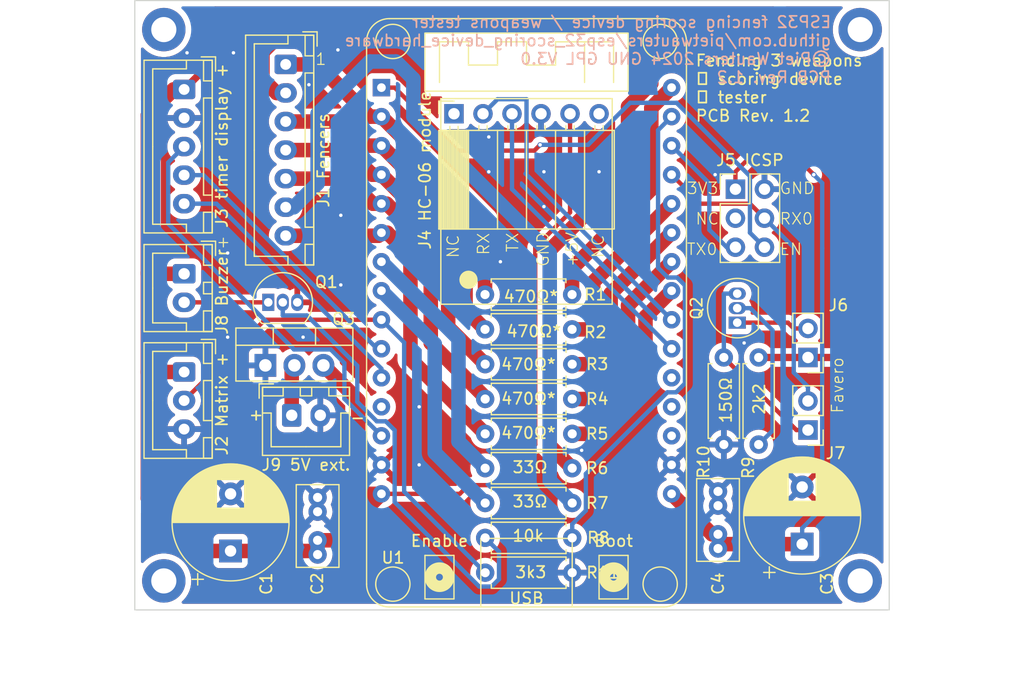
<source format=kicad_pcb>
(kicad_pcb (version 20240108) (generator "pcbnew") (generator_version "8.0")
  (title_block (title "ESP32 Scoring Device - weapons tester PCB") (date "2024-12-29") (rev "1.1") (company "Piet Wauters") (comment 1 "2 sided GND-plane added") (comment 2 "R11 eliminated") (comment 3 "2-sided rerouting with consistent width 50mil") (comment 4 "Changelog:"))
  (layers (0 "F.Cu" signal) (31 "B.Cu" signal) (34 "B.Paste" user) (35 "F.Paste" user) (36 "B.SilkS" user "B.Silkscreen") (37 "F.SilkS" user "F.Silkscreen") (38 "B.Mask" user) (39 "F.Mask" user) (44 "Edge.Cuts" user))
  (net 0 "")
  (net 1 "Net-(J1-Pin_6)")
  (net 2 "+5V")
  (net 3 "+3.3V")
  (net 4 "Net-(J1-Pin_5)")
  (net 5 "GND")
  (net 6 "Net-(J1-Pin_2)")
  (net 7 "Net-(J1-Pin_7)")
  (net 8 "Net-(J1-Pin_4)")
  (net 9 "Net-(J1-Pin_3)")
  (net 10 "Net-(J1-Pin_1)")
  (net 11 "Net-(J2-Pin_2)")
  (net 12 "Net-(J3-Pin_5)")
  (net 13 "Net-(J3-Pin_4)")
  (net 14 "Net-(J3-Pin_3)")
  (net 15 "Net-(J4-Pin_2)")
  (net 18 "Net-(J6-Pin_2)")
  (net 19 "Net-(J7-Pin_1)")
  (net 20 "Net-(J8-Pin_2)")
  (net 21 "Net-(Q1-B)")
  (net 22 "Net-(Q2-B)")
  (net 23 "Net-(U1-IO21)")
  (net 24 "Net-(U1-IO23)")
  (net 25 "Net-(U1-IO19)")
  (net 26 "Net-(U1-IO5)")
  (net 27 "Net-(U1-IO33)")
  (net 28 "Net-(U1-IO25)")
  (net 29 "Net-(U1-IO22)")
  (net 30 "Net-(U1-IO18)")
  (net 33 "Net-(J4-Pin_3)")
  (net 36 "Net-(J5-Pin_4)")
  (net 37 "Net-(J5-Pin_6)")
  (net 38 "Net-(J5-Pin_5)")
  (net 40 "Net-(J9-Pin_1)")
  (footprint "Capacitor_THT:C_Rect_L7.0mm_W3.5mm_P2.50mm_P5.00mm" (layer "F.Cu") (at 129.794 126.706 90)
    (property "Reference" "C4" (at -3.068 0 90) (layer "F.SilkS"))
    (property "Value" "100nF")
    (pad "1" thru_hole circle (at 0 0 90) (size 1.6 1.6) (drill 0.8) (layers "*.Cu" "*.Mask") (net 3 "+3.3V"))
    (pad "1" thru_hole circle (at 1.25 0 90) (size 1.6 1.6) (drill 0.8) (layers "*.Cu" "*.Mask") (net 3 "+3.3V"))
    (pad "2" thru_hole circle (at 3.75 0 90) (size 1.6 1.6) (drill 0.8) (layers "*.Cu" "*.Mask") (net 5 "GND"))
    (pad "2" thru_hole circle (at 5 0 90) (size 1.6 1.6) (drill 0.8) (layers "*.Cu" "*.Mask") (net 5 "GND"))
  )
  (footprint "Connector_PinHeader_2.54mm:PinHeader_1x02_P2.54mm_Vertical" (layer "F.Cu") (at 137.668 116.332 180)
    (property "Reference" "J7" (at -2.413 -2.032 0) (layer "F.SilkS"))
    (property "Value" "Conn_01x02")
    (pad "1" thru_hole rect (at 0 0 180) (size 1.7 1.7) (drill 1) (layers "*.Cu" "*.Mask") (net 19 "Net-(J7-Pin_1)"))
    (pad "2" thru_hole oval (at 0 2.54 180) (size 1.7 1.7) (drill 1) (layers "*.Cu" "*.Mask") (net 36 "Net-(J5-Pin_4)"))
  )
  (footprint "Connector_PinHeader_2.54mm:PinHeader_1x02_P2.54mm_Vertical" (layer "F.Cu") (at 137.668 109.982 180)
    (property "Reference" "J6" (at -2.667 4.572 0) (layer "F.SilkS"))
    (property "Value" "Conn_01x02")
    (pad "1" thru_hole rect (at 0 0 180) (size 1.7 1.7) (drill 1) (layers "*.Cu" "*.Mask") (net 2 "+5V"))
    (pad "2" thru_hole oval (at 0 2.54 180) (size 1.7 1.7) (drill 1) (layers "*.Cu" "*.Mask") (net 18 "Net-(J6-Pin_2)"))
  )
  (footprint "Connector_JST:JST_XH_B2B-XH-A_1x02_P2.50mm_Vertical" (layer "F.Cu") (at 92.476 115.045)
    (property "Reference" "J9 5V ext." (at 1.25 4.335 0) (layer "F.SilkS"))
    (property "Value" "5V ext. Power")
    (pad "1" thru_hole roundrect (at 0 0) (size 1.7 2) (drill 1) (layers "*.Cu" "*.Mask") (roundrect_rratio 0.147059) (net 40 "Net-(J9-Pin_1)"))
    (pad "2" thru_hole oval (at 2.5 0) (size 1.7 2) (drill 1) (layers "*.Cu" "*.Mask") (net 5 "GND"))
  )
  (footprint "ESP32_DevKit_V1_DOIT:esp32_devkit_v1_doit" (layer "F.Cu") (at 113.03 86.36)
    (property "Reference" "U1" (at -11.684 41.148 0) (layer "F.SilkS"))
    (property "Value" "ESP32_DevKit_V1_DOIT 30pin")
    (fp_text user "USB" (at 0 44.704 0) (layer "F.SilkS"))
    (fp_text user "Boot" (at 7.62 39.68 0) (layer "F.SilkS"))
    (fp_text user "Enable" (at -7.62 39.68 0) (layer "F.SilkS"))
    (pad "1" thru_hole rect (at -12.7 0) (size 1.524 1.524) (drill 0.762) (layers "*.Cu" "*.Mask") (net 37 "Net-(J5-Pin_6)"))
    (pad "2" thru_hole circle (at -12.7 2.54) (size 1.524 1.524) (drill 0.762) (layers "*.Cu" "*.Mask") (net 10 "Net-(J1-Pin_1)"))
    (pad "3" thru_hole circle (at -12.7 5.08) (size 1.524 1.524) (drill 0.762) (layers "*.Cu" "*.Mask") (net 9 "Net-(J1-Pin_3)"))
    (pad "4" thru_hole circle (at -12.7 7.62) (size 1.524 1.524) (drill 0.762) (layers "*.Cu" "*.Mask") (net 8 "Net-(J1-Pin_4)"))
    (pad "5" thru_hole circle (at -12.7 10.16) (size 1.524 1.524) (drill 0.762) (layers "*.Cu" "*.Mask") (net 4 "Net-(J1-Pin_5)"))
    (pad "6" thru_hole circle (at -12.7 12.7) (size 1.524 1.524) (drill 0.762) (layers "*.Cu" "*.Mask") (net 7 "Net-(J1-Pin_7)"))
    (pad "7" thru_hole circle (at -12.7 15.24) (size 1.524 1.524) (drill 0.762) (layers "*.Cu" "*.Mask") (net 27 "Net-(U1-IO33)"))
    (pad "8" thru_hole circle (at -12.7 17.78) (size 1.524 1.524) (drill 0.762) (layers "*.Cu" "*.Mask") (net 28 "Net-(U1-IO25)"))
    (pad "9" thru_hole circle (at -12.7 20.32) (size 1.524 1.524) (drill 0.762) (layers "*.Cu" "*.Mask") (net 11 "Net-(J2-Pin_2)"))
    (pad "10" thru_hole circle (at -12.7 22.86) (size 1.524 1.524) (drill 0.762) (layers "*.Cu" "*.Mask") (net 13 "Net-(J3-Pin_4)"))
    (pad "11" thru_hole circle (at -12.7 25.4) (size 1.524 1.524) (drill 0.762) (layers "*.Cu" "*.Mask") (net 12 "Net-(J3-Pin_5)"))
    (pad "12" thru_hole circle (at -12.7 27.94) (size 1.524 1.524) (drill 0.762) (layers "*.Cu" "*.Mask"))
    (pad "13" thru_hole circle (at -12.7 30.48) (size 1.524 1.524) (drill 0.762) (layers "*.Cu" "*.Mask") (net 14 "Net-(J3-Pin_3)"))
    (pad "14" thru_hole circle (at -12.7 33.02) (size 1.524 1.524) (drill 0.762) (layers "*.Cu" "*.Mask") (net 5 "GND"))
    (pad "15" thru_hole circle (at -12.7 35.56) (size 1.524 1.524) (drill 0.762) (layers "*.Cu" "*.Mask") (net 2 "+5V"))
    (pad "16" thru_hole circle (at 12.7 35.56) (size 1.524 1.524) (drill 0.762) (layers "*.Cu" "*.Mask") (net 3 "+3.3V"))
    (pad "17" thru_hole circle (at 12.7 33.02) (size 1.524 1.524) (drill 0.762) (layers "*.Cu" "*.Mask") (net 5 "GND"))
    (pad "18" thru_hole circle (at 12.7 30.48) (size 1.524 1.524) (drill 0.762) (layers "*.Cu" "*.Mask"))
    (pad "19" thru_hole circle (at 12.7 27.94) (size 1.524 1.524) (drill 0.762) (layers "*.Cu" "*.Mask"))
    (pad "20" thru_hole circle (at 12.7 25.4) (size 1.524 1.524) (drill 0.762) (layers "*.Cu" "*.Mask"))
    (pad "21" thru_hole circle (at 12.7 22.86) (size 1.524 1.524) (drill 0.762) (layers "*.Cu" "*.Mask") (net 33 "Net-(J4-Pin_3)"))
    (pad "22" thru_hole circle (at 12.7 20.32) (size 1.524 1.524) (drill 0.762) (layers "*.Cu" "*.Mask") (net 15 "Net-(J4-Pin_2)"))
    (pad "23" thru_hole circle (at 12.7 17.78) (size 1.524 1.524) (drill 0.762) (layers "*.Cu" "*.Mask") (net 26 "Net-(U1-IO5)"))
    (pad "24" thru_hole circle (at 12.7 15.24) (size 1.524 1.524) (drill 0.762) (layers "*.Cu" "*.Mask") (net 30 "Net-(U1-IO18)"))
    (pad "25" thru_hole circle (at 12.7 12.7) (size 1.524 1.524) (drill 0.762) (layers "*.Cu" "*.Mask") (net 25 "Net-(U1-IO19)"))
    (pad "26" thru_hole circle (at 12.7 10.16) (size 1.524 1.524) (drill 0.762) (layers "*.Cu" "*.Mask") (net 23 "Net-(U1-IO21)"))
    (pad "27" thru_hole circle (at 12.7 7.62) (size 1.524 1.524) (drill 0.762) (layers "*.Cu" "*.Mask") (net 36 "Net-(J5-Pin_4)"))
    (pad "28" thru_hole circle (at 12.7 5.08) (size 1.524 1.524) (drill 0.762) (layers "*.Cu" "*.Mask") (net 38 "Net-(J5-Pin_5)"))
    (pad "29" thru_hole circle (at 12.7 2.54) (size 1.524 1.524) (drill 0.762) (layers "*.Cu" "*.Mask") (net 29 "Net-(U1-IO22)"))
    (pad "30" thru_hole circle (at 12.7 0) (size 1.524 1.524) (drill 0.762) (layers "*.Cu" "*.Mask") (net 24 "Net-(U1-IO23)"))
  )
  (footprint "Resistor_THT:R_Axial_DIN0207_L6.3mm_D2.5mm_P7.62mm_Horizontal" (layer "F.Cu") (at 109.398 107.522)
    (property "Reference" "R2" (at 9.652 0.254 0) (layer "F.SilkS"))
    (property "Value" "470Ω")
    (pad "1" thru_hole circle (at 0 0) (size 1.6 1.6) (drill 0.8) (layers "*.Cu" "*.Mask") (net 9 "Net-(J1-Pin_3)"))
    (pad "2" thru_hole oval (at 7.62 0) (size 1.6 1.6) (drill 0.8) (layers "*.Cu" "*.Mask") (net 23 "Net-(U1-IO21)"))
  )
  (footprint "Capacitor_THT:C_Rect_L7.0mm_W3.5mm_P2.50mm_P5.00mm" (layer "F.Cu") (at 94.742 127.234 90)
    (property "Reference" "C2" (at -2.56 -0.038 90) (layer "F.SilkS"))
    (property "Value" "100nF")
    (pad "1" thru_hole circle (at 0 0 90) (size 1.6 1.6) (drill 0.8) (layers "*.Cu" "*.Mask") (net 2 "+5V"))
    (pad "1" thru_hole circle (at 1.25 0 90) (size 1.6 1.6) (drill 0.8) (layers "*.Cu" "*.Mask") (net 2 "+5V"))
    (pad "2" thru_hole circle (at 3.75 0 90) (size 1.6 1.6) (drill 0.8) (layers "*.Cu" "*.Mask") (net 5 "GND"))
    (pad "2" thru_hole circle (at 5 0 90) (size 1.6 1.6) (drill 0.8) (layers "*.Cu" "*.Mask") (net 5 "GND"))
  )
  (footprint "Capacitor_THT:CP_Radial_D10.0mm_P5.00mm" (layer "F.Cu") (at 87.122 126.92 90)
    (property "Reference" "C1" (at -2.874 3.128 90) (layer "F.SilkS"))
    (property "Value" "470µF")
    (pad "1" thru_hole rect (at 0 0 90) (size 2 2) (drill 1) (layers "*.Cu" "*.Mask") (net 2 "+5V"))
    (pad "2" thru_hole circle (at 5 0 90) (size 2 2) (drill 1) (layers "*.Cu" "*.Mask") (net 5 "GND"))
  )
  (footprint "Resistor_THT:R_Axial_DIN0207_L6.3mm_D2.5mm_P7.62mm_Horizontal" (layer "F.Cu") (at 117.03 113.618 180)
    (property "Reference" "R4" (at -2.19 0 180) (layer "F.SilkS"))
    (property "Value" "470Ω")
    (pad "1" thru_hole circle (at 0 0 180) (size 1.6 1.6) (drill 0.8) (layers "*.Cu" "*.Mask") (net 30 "Net-(U1-IO18)"))
    (pad "2" thru_hole oval (at 7.62 0 180) (size 1.6 1.6) (drill 0.8) (layers "*.Cu" "*.Mask") (net 4 "Net-(J1-Pin_5)"))
  )
  (footprint "Package_TO_SOT_THT:TO-92_Inline" (layer "F.Cu") (at 90.424 105.156)
    (property "Reference" "Q1" (at 5.08 -1.778 0) (layer "F.SilkS"))
    (property "Value" "BC337")
    (pad "1" thru_hole rect (at 0 0) (size 1.05 1.5) (drill 0.75) (layers "*.Cu" "*.Mask") (net 20 "Net-(J8-Pin_2)"))
    (pad "2" thru_hole oval (at 1.27 0) (size 1.05 1.5) (drill 0.75) (layers "*.Cu" "*.Mask") (net 21 "Net-(Q1-B)"))
    (pad "3" thru_hole oval (at 2.54 0) (size 1.05 1.5) (drill 0.75) (layers "*.Cu" "*.Mask") (net 5 "GND"))
  )
  (footprint "Connector_PinSocket_2.54mm:PinSocket_1x06_P2.54mm_Horizontal" (layer "F.Cu") (at 106.68 88.646 90)
    (property "Reference" "J4 HC-06 module" (at -4.953 -2.54 90) (layer "F.SilkS"))
    (property "Value" "HC-06 BT module")
    (pad "1" thru_hole rect (at 0 0 90) (size 1.7 1.7) (drill 1) (layers "*.Cu" "*.Mask"))
    (pad "2" thru_hole oval (at 0 2.54 90) (size 1.7 1.7) (drill 1) (layers "*.Cu" "*.Mask") (net 15 "Net-(J4-Pin_2)"))
    (pad "3" thru_hole oval (at 0 5.08 90) (size 1.7 1.7) (drill 1) (layers "*.Cu" "*.Mask") (net 33 "Net-(J4-Pin_3)"))
    (pad "4" thru_hole oval (at 0 7.62 90) (size 1.7 1.7) (drill 1) (layers "*.Cu" "*.Mask") (net 5 "GND"))
    (pad "5" thru_hole oval (at 0 10.16 90) (size 1.7 1.7) (drill 1) (layers "*.Cu" "*.Mask") (net 2 "+5V"))
    (pad "6" thru_hole oval (at 0 12.7 90) (size 1.7 1.7) (drill 1) (layers "*.Cu" "*.Mask"))
  )
  (footprint "MountingHole:MountingHole_2.2mm_M2_DIN965_Pad" (layer "F.Cu") (at 81.28 81.28)
    (property "Reference" "H2" (hide yes))
    (property "Value" "MountingHole_2.2mm_M2_DIN965_Pad")
    (pad "1" thru_hole circle (at 0 0) (size 3.8 3.8) (drill 2.2) (layers "*.Cu" "*.Mask"))
  )
  (footprint "Connector_JST:JST_XH_B7B-XH-A_1x07_P2.50mm_Vertical" (layer "F.Cu") (at 91.948 84.328 -90)
    (property "Reference" "J1 Fencers" (at 8.396 -3.302 -90) (layer "F.SilkS"))
    (property "Value" "Fencers")
    (pad "1" thru_hole roundrect (at 0 0 270) (size 1.7 1.95) (drill 0.95) (layers "*.Cu" "*.Mask") (roundrect_rratio 0.147059) (net 10 "Net-(J1-Pin_1)"))
    (pad "2" thru_hole oval (at 2.5 0 270) (size 1.7 1.95) (drill 0.95) (layers "*.Cu" "*.Mask") (net 6 "Net-(J1-Pin_2)"))
    (pad "3" thru_hole oval (at 5 0 270) (size 1.7 1.95) (drill 0.95) (layers "*.Cu" "*.Mask") (net 9 "Net-(J1-Pin_3)"))
    (pad "4" thru_hole oval (at 7.5 0 270) (size 1.7 1.95) (drill 0.95) (layers "*.Cu" "*.Mask") (net 8 "Net-(J1-Pin_4)"))
    (pad "5" thru_hole oval (at 10 0 270) (size 1.7 1.95) (drill 0.95) (layers "*.Cu" "*.Mask") (net 4 "Net-(J1-Pin_5)"))
    (pad "6" thru_hole oval (at 12.5 0 270) (size 1.7 1.95) (drill 0.95) (layers "*.Cu" "*.Mask") (net 1 "Net-(J1-Pin_6)"))
    (pad "7" thru_hole oval (at 15 0 270) (size 1.7 1.95) (drill 0.95) (layers "*.Cu" "*.Mask") (net 7 "Net-(J1-Pin_7)"))
  )
  (footprint "Connector_JST:JST_XH_B5B-XH-A_1x05_P2.50mm_Vertical" (layer "F.Cu") (at 83.058 86.52 -90)
    (property "Reference" "J3 timer display +" (at 4.92 -3.302 -90) (layer "F.SilkS"))
    (property "Value" "MAX7219 Timer Display")
    (pad "1" thru_hole roundrect (at 0 0 270) (size 1.7 1.95) (drill 0.95) (layers "*.Cu" "*.Mask") (roundrect_rratio 0.147059) (net 2 "+5V"))
    (pad "2" thru_hole oval (at 2.5 0 270) (size 1.7 1.95) (drill 0.95) (layers "*.Cu" "*.Mask") (net 5 "GND"))
    (pad "3" thru_hole oval (at 5 0 270) (size 1.7 1.95) (drill 0.95) (layers "*.Cu" "*.Mask") (net 14 "Net-(J3-Pin_3)"))
    (pad "4" thru_hole oval (at 7.5 0 270) (size 1.7 1.95) (drill 0.95) (layers "*.Cu" "*.Mask") (net 13 "Net-(J3-Pin_4)"))
    (pad "5" thru_hole oval (at 10 0 270) (size 1.7 1.95) (drill 0.95) (layers "*.Cu" "*.Mask") (net 12 "Net-(J3-Pin_5)"))
  )
  (footprint "Resistor_THT:R_Axial_DIN0207_L6.3mm_D2.5mm_P7.62mm_Horizontal" (layer "F.Cu") (at 117.03 110.57 180)
    (property "Reference" "R3" (at -2.19 0 180) (layer "F.SilkS"))
    (property "Value" "470Ω")
    (pad "1" thru_hole circle (at 0 0 180) (size 1.6 1.6) (drill 0.8) (layers "*.Cu" "*.Mask") (net 25 "Net-(U1-IO19)"))
    (pad "2" thru_hole oval (at 7.62 0 180) (size 1.6 1.6) (drill 0.8) (layers "*.Cu" "*.Mask") (net 8 "Net-(J1-Pin_4)"))
  )
  (footprint "MountingHole:MountingHole_2.2mm_M2_DIN965_Pad" (layer "F.Cu") (at 142.24 129.54)
    (property "Reference" "H4" (hide yes))
    (property "Value" "MountingHole_2.2mm_M2_DIN965_Pad")
    (pad "1" thru_hole circle (at 0 0) (size 3.8 3.8) (drill 2.2) (layers "*.Cu" "*.Mask"))
  )
  (footprint "Package_TO_SOT_THT:TO-92_Inline" (layer "F.Cu") (at 131.4748 106.934 90)
    (property "Reference" "Q2" (at 1.27 -3.56 90) (layer "F.SilkS"))
    (property "Value" "BC337")
    (pad "1" thru_hole rect (at 0 0 90) (size 1.05 1.5) (drill 0.75) (layers "*.Cu" "*.Mask") (net 18 "Net-(J6-Pin_2)"))
    (pad "2" thru_hole oval (at 1.27 0 90) (size 1.05 1.5) (drill 0.75) (layers "*.Cu" "*.Mask") (net 22 "Net-(Q2-B)"))
    (pad "3" thru_hole oval (at 2.54 0 90) (size 1.05 1.5) (drill 0.75) (layers "*.Cu" "*.Mask") (net 19 "Net-(J7-Pin_1)"))
  )
  (footprint "Resistor_THT:R_Axial_DIN0207_L6.3mm_D2.5mm_P7.62mm_Horizontal" (layer "F.Cu") (at 130.302 109.982 -90)
    (property "Reference" "R10" (at 9.144 1.778 -90) (layer "F.SilkS"))
    (property "Value" "150Ω")
    (pad "1" thru_hole circle (at 0 0 270) (size 1.6 1.6) (drill 0.8) (layers "*.Cu" "*.Mask") (net 19 "Net-(J7-Pin_1)"))
    (pad "2" thru_hole oval (at 7.62 0 270) (size 1.6 1.6) (drill 0.8) (layers "*.Cu" "*.Mask") (net 5 "GND"))
  )
  (footprint "Connector_JST:JST_XH_B3B-XH-A_1x03_P2.50mm_Vertical" (layer "F.Cu") (at 83.058 111.252 -90)
    (property "Reference" "J2 Matrix +" (at 2.794 -3.302 -90) (layer "F.SilkS"))
    (property "Value" "WS2812B LED Matrix")
    (pad "1" thru_hole roundrect (at 0 0 270) (size 1.7 1.95) (drill 0.95) (layers "*.Cu" "*.Mask") (roundrect_rratio 0.147059) (net 2 "+5V"))
    (pad "2" thru_hole oval (at 2.5 0 270) (size 1.7 1.95) (drill 0.95) (layers "*.Cu" "*.Mask") (net 11 "Net-(J2-Pin_2)"))
    (pad "3" thru_hole oval (at 5 0 270) (size 1.7 1.95) (drill 0.95) (layers "*.Cu" "*.Mask") (net 5 "GND"))
  )
  (footprint "Connector_JST:JST_XH_B2B-XH-A_1x02_P2.50mm_Vertical" (layer "F.Cu") (at 83.058 102.656 -90)
    (property "Reference" "J8 Buzzer" (at 1.58 -3.309 -90) (layer "F.SilkS"))
    (property "Value" "Buzzer")
    (pad "1" thru_hole roundrect (at 0 0 270) (size 1.7 2) (drill 1) (layers "*.Cu" "*.Mask") (roundrect_rratio 0.147059) (net 2 "+5V"))
    (pad "2" thru_hole oval (at 2.5 0 270) (size 1.7 2) (drill 1) (layers "*.Cu" "*.Mask") (net 20 "Net-(J8-Pin_2)"))
  )
  (footprint "Resistor_THT:R_Axial_DIN0207_L6.3mm_D2.5mm_P7.62mm_Horizontal" (layer "F.Cu") (at 117.018 104.474 180)
    (property "Reference" "R1" (at -2.032 0 0) (layer "F.SilkS"))
    (property "Value" "470Ω")
    (pad "1" thru_hole circle (at 0 0 180) (size 1.6 1.6) (drill 0.8) (layers "*.Cu" "*.Mask") (net 24 "Net-(U1-IO23)"))
    (pad "2" thru_hole oval (at 7.62 0 180) (size 1.6 1.6) (drill 0.8) (layers "*.Cu" "*.Mask") (net 10 "Net-(J1-Pin_1)"))
  )
  (footprint "Connector_PinHeader_2.54mm:PinHeader_2x03_P2.54mm_Vertical" (layer "F.Cu") (at 131.318 95.25)
    (property "Reference" "J5 ICSP" (at 1.27 -2.54 0) (layer "F.SilkS"))
    (property "Value" "ICSP")
    (pad "1" thru_hole rect (at 0 0) (size 1.7 1.7) (drill 1) (layers "*.Cu" "*.Mask") (net 3 "+3.3V"))
    (pad "2" thru_hole oval (at 2.54 0) (size 1.7 1.7) (drill 1) (layers "*.Cu" "*.Mask") (net 5 "GND"))
    (pad "3" thru_hole oval (at 0 2.54) (size 1.7 1.7) (drill 1) (layers "*.Cu" "*.Mask"))
    (pad "4" thru_hole oval (at 2.54 2.54) (size 1.7 1.7) (drill 1) (layers "*.Cu" "*.Mask") (net 36 "Net-(J5-Pin_4)"))
    (pad "5" thru_hole oval (at 0 5.08) (size 1.7 1.7) (drill 1) (layers "*.Cu" "*.Mask") (net 38 "Net-(J5-Pin_5)"))
    (pad "6" thru_hole oval (at 2.54 5.08) (size 1.7 1.7) (drill 1) (layers "*.Cu" "*.Mask") (net 37 "Net-(J5-Pin_6)"))
  )
  (footprint "Resistor_THT:R_Axial_DIN0207_L6.3mm_D2.5mm_P7.62mm_Horizontal" (layer "F.Cu") (at 117.03 116.666 180)
    (property "Reference" "R5" (at -2.19 0 180) (layer "F.SilkS"))
    (property "Value" "470Ω")
    (pad "1" thru_hole circle (at 0 0 180) (size 1.6 1.6) (drill 0.8) (layers "*.Cu" "*.Mask") (net 26 "Net-(U1-IO5)"))
    (pad "2" thru_hole oval (at 7.62 0 180) (size 1.6 1.6) (drill 0.8) (layers "*.Cu" "*.Mask") (net 7 "Net-(J1-Pin_7)"))
  )
  (footprint "Resistor_THT:R_Axial_DIN0207_L6.3mm_D2.5mm_P7.62mm_Horizontal" (layer "F.Cu") (at 109.41 128.82)
    (property "Reference" "R11" (at 10.31 0 0) (layer "F.SilkS"))
    (property "Value" "10k")
    (pad "1" thru_hole circle (at 0 0) (size 1.6 1.6) (drill 0.8) (layers "*.Cu" "*.Mask") (net 11 "Net-(J2-Pin_2)"))
    (pad "2" thru_hole oval (at 7.62 0) (size 1.6 1.6) (drill 0.8) (layers "*.Cu" "*.Mask") (net 5 "GND"))
  )
  (footprint "MountingHole:MountingHole_2.2mm_M2_DIN965_Pad" (layer "F.Cu") (at 81.28 129.54)
    (property "Reference" "H1" (hide yes))
    (property "Value" "MountingHole_2.2mm_M2_DIN965_Pad")
    (pad "1" thru_hole circle (at 0 0) (size 3.8 3.8) (drill 2.2) (layers "*.Cu" "*.Mask"))
  )
  (footprint "Resistor_THT:R_Axial_DIN0207_L6.3mm_D2.5mm_P7.62mm_Horizontal" (layer "F.Cu") (at 109.41 122.724)
    (property "Reference" "R7" (at 9.81 0 0) (layer "F.SilkS"))
    (property "Value" "33Ω")
    (pad "1" thru_hole circle (at 0 0) (size 1.6 1.6) (drill 0.8) (layers "*.Cu" "*.Mask") (net 28 "Net-(U1-IO25)"))
    (pad "2" thru_hole oval (at 7.62 0) (size 1.6 1.6) (drill 0.8) (layers "*.Cu" "*.Mask") (net 1 "Net-(J1-Pin_6)"))
  )
  (footprint "Resistor_THT:R_Axial_DIN0207_L6.3mm_D2.5mm_P7.62mm_Horizontal" (layer "F.Cu") (at 133.35 117.602 90)
    (property "Reference" "R9" (at -2.032 -0.9144 90) (layer "F.SilkS"))
    (property "Value" "2k2")
    (pad "1" thru_hole circle (at 0 0 90) (size 1.6 1.6) (drill 0.8) (layers "*.Cu" "*.Mask") (net 22 "Net-(Q2-B)"))
    (pad "2" thru_hole oval (at 7.62 0 90) (size 1.6 1.6) (drill 0.8) (layers "*.Cu" "*.Mask") (net 2 "+5V"))
  )
  (footprint "MountingHole:MountingHole_2.2mm_M2_DIN965_Pad" (layer "F.Cu") (at 142.24 81.28)
    (property "Reference" "H3" (hide yes))
    (property "Value" "MountingHole_2.2mm_M2_DIN965_Pad")
    (pad "1" thru_hole circle (at 0 0) (size 3.8 3.8) (drill 2.2) (layers "*.Cu" "*.Mask"))
  )
  (footprint "Package_TO_SOT_THT:TO-220-3_Vertical" (layer "F.Cu") (at 90.17 110.673)
    (property "Reference" "Q3" (at 6.858 -4.064 0) (layer "F.SilkS"))
    (property "Value" "FQP27P06")
    (pad "1" thru_hole rect (at 0 0) (size 1.905 2) (drill 1.1) (layers "*.Cu" "*.Mask") (net 5 "GND"))
    (pad "2" thru_hole oval (at 2.54 0) (size 1.905 2) (drill 1.1) (layers "*.Cu" "*.Mask") (net 40 "Net-(J9-Pin_1)"))
    (pad "3" thru_hole oval (at 5.08 0) (size 1.905 2) (drill 1.1) (layers "*.Cu" "*.Mask") (net 2 "+5V"))
  )
  (footprint "Resistor_THT:R_Axial_DIN0207_L6.3mm_D2.5mm_P7.62mm_Horizontal" (layer "F.Cu") (at 109.41 125.772)
    (property "Reference" "R8" (at 9.906 0 0) (layer "F.SilkS"))
    (property "Value" "3k3")
    (pad "1" thru_hole circle (at 0 0) (size 1.6 1.6) (drill 0.8) (layers "*.Cu" "*.Mask") (net 21 "Net-(Q1-B)"))
    (pad "2" thru_hole oval (at 7.62 0) (size 1.6 1.6) (drill 0.8) (layers "*.Cu" "*.Mask") (net 29 "Net-(U1-IO22)"))
  )
  (footprint "Capacitor_THT:CP_Radial_D10.0mm_P5.00mm" (layer "F.Cu") (at 137.16 126.3197 90)
    (property "Reference" "C3" (at -3.4743 2.166 90) (layer "F.SilkS"))
    (property "Value" "470µF")
    (pad "1" thru_hole rect (at 0 0 90) (size 2 2) (drill 1) (layers "*.Cu" "*.Mask") (net 3 "+3.3V"))
    (pad "2" thru_hole circle (at 5 0 90) (size 2 2) (drill 1) (layers "*.Cu" "*.Mask") (net 5 "GND"))
  )
  (footprint "Resistor_THT:R_Axial_DIN0207_L6.3mm_D2.5mm_P7.62mm_Horizontal" (layer "F.Cu") (at 109.41 119.676)
    (property "Reference" "R6" (at 9.81 0 0) (layer "F.SilkS"))
    (property "Value" "33Ω")
    (pad "1" thru_hole circle (at 0 0) (size 1.6 1.6) (drill 0.8) (layers "*.Cu" "*.Mask") (net 27 "Net-(U1-IO33)"))
    (pad "2" thru_hole oval (at 7.62 0) (size 1.6 1.6) (drill 0.8) (layers "*.Cu" "*.Mask") (net 6 "Net-(J1-Pin_2)"))
  )
  (gr_poly (pts (xy 144.78 132.08) (xy 78.74 132.08) (xy 78.74 78.74) (xy 144.78 78.74)) (stroke (width 0.1)) (fill none) (layer "Edge.Cuts"))
  (gr_text "ESP32 fencing scoring device / weapons tester\ngithub.com/pietwauters/esp32_scoring_device_hardware\n©Piet Wauters 2024 GNU GPL V3.0\nPCB Rev. 1.2" (at 139.78 86.04 0) (layer "B.SilkS") (effects (font (size 1 1)) (justify left bottom mirror)))
  (gr_text "33Ω" (at 111.72 120.176 0) (layer "F.SilkS") (effects (font (size 1 1)) (justify left bottom)))
  (gr_text "33Ω" (at 111.72 123.176 0) (layer "F.SilkS") (effects (font (size 1 1)) (justify left bottom)))
  (gr_text "GND" (at 135.128 95.758 0) (layer "F.SilkS") (effects (font (size 1 1) (thickness 0.1)) (justify left bottom)))
  (gr_text "RX0\n" (at 135.128 98.425 0) (layer "F.SilkS") (effects (font (size 1 1) (thickness 0.1)) (justify left bottom)))
  (gr_text "+" (at 85.808 100.431 0) (layer "F.SilkS") (effects (font (size 1 1) (thickness 0.1)) (justify left bottom)))
  (gr_text "RX" (at 109.855 101.092 90) (layer "F.SilkS") (effects (font (size 1 1) (thickness 0.1)) (justify left bottom)))
  (gr_text "470Ω*" (at 111.188 108.284 0) (layer "F.SilkS") (effects (font (size 1 1)) (justify left bottom)))
  (gr_text "3k3" (at 111.95 129.366 0) (layer "F.SilkS") (effects (font (size 1 1)) (justify left bottom)))
  (gr_text "+" (at 88.646 115.57 0) (layer "F.SilkS") (effects (font (size 1 1)) (justify left bottom)))
  (gr_text "+5V" (at 117.602 102.108 90) (layer "F.SilkS") (effects (font (size 1 1) (thickness 0.1)) (justify left bottom)))
  (gr_text "1" (at 94.488 84.455 0) (layer "F.SilkS") (effects (font (size 1 1) (thickness 0.1)) (justify left bottom)))
  (gr_text "Fencing 3 weapons\n█ scoring device\n█ tester\nPCB Rev. 1.2\n" (at 127.762 89.408 0) (layer "F.SilkS") (effects (font (size 1 1)) (justify left bottom)))
  (gr_text "470Ω*" (at 110.72 111.176 0) (layer "F.SilkS") (effects (font (size 1 1)) (justify left bottom)))
  (gr_text "3V3" (at 127 95.758 0) (layer "F.SilkS") (effects (font (size 1 1) (thickness 0.1)) (justify left bottom)))
  (gr_text "-" (at 97.536 115.824 0) (layer "F.SilkS") (effects (font (size 1 1)) (justify left bottom)))
  (gr_text "Favero" (at 140.843 114.935 90) (layer "F.SilkS") (effects (font (size 1 1) (thickness 0.1)) (justify left bottom)))
  (gr_text "470Ω*" (at 110.934 105.236 0) (layer "F.SilkS") (effects (font (size 1 1)) (justify left bottom)))
  (gr_text "NC" (at 127.762 98.425 0) (layer "F.SilkS") (effects (font (size 1 1) (thickness 0.1)) (justify left bottom)))
  (gr_text "TX" (at 112.395 100.838 90) (layer "F.SilkS") (effects (font (size 1 1) (thickness 0.1)) (justify left bottom)))
  (gr_text "NC" (at 107.188 101.346 90) (layer "F.SilkS") (effects (font (size 1 1) (thickness 0.1)) (justify left bottom)))
  (gr_text "GND" (at 115.062 102.108 90) (layer "F.SilkS") (effects (font (size 1 1) (thickness 0.1)) (justify left bottom)))
  (gr_text "10k" (at 111.72 126.176 0) (layer "F.SilkS") (effects (font (size 1 1)) (justify left bottom)))
  (gr_text "TX0" (at 127 101.092 0) (layer "F.SilkS") (effects (font (size 1 1) (thickness 0.1)) (justify left bottom)))
  (gr_text "NC" (at 119.888 101.346 90) (layer "F.SilkS") (effects (font (size 1 1) (thickness 0.1)) (justify left bottom)))
  (gr_text "470Ω*" (at 110.72 114.176 0) (layer "F.SilkS") (effects (font (size 1 1)) (justify left bottom)))
  (gr_text "150Ω" (at 131.064 115.824 90) (layer "F.SilkS") (effects (font (size 1 1)) (justify left bottom)))
  (gr_text "470Ω*" (at 110.72 117.176 0) (layer "F.SilkS") (effects (font (size 1 1)) (justify left bottom)))
  (gr_text "2k2" (at 133.985 115.062 90) (layer "F.SilkS") (effects (font (size 1 1)) (justify left bottom)))
  (gr_text "EN" (at 135.128 101.092 0) (layer "F.SilkS") (effects (font (size 1 1) (thickness 0.1)) (justify left bottom)))
  (segment (start 94.742 88.646) (end 99.314 84.074) (width 1.27) (layer "B.Cu") (net 1))
  (segment (start 92.656 96.828) (end 94.742 94.742) (width 1.27) (layer "B.Cu") (net 1))
  (segment (start 94.742 94.742) (end 94.742 88.646) (width 1.27) (layer "B.Cu") (net 1))
  (segment (start 91.948 96.828) (end 92.656 96.828) (width 1.27) (layer "B.Cu") (net 1))
  (segment (start 115.062 120.756) (end 117.03 122.724) (width 1.27) (layer "B.Cu") (net 1))
  (segment (start 103.124 88.9) (end 115.062 100.838) (width 1.27) (layer "B.Cu") (net 1))
  (segment (start 101.6 84.074) (end 103.124 85.598) (width 1.27) (layer "B.Cu") (net 1))
  (segment (start 103.124 85.598) (end 103.124 88.9) (width 1.27) (layer "B.Cu") (net 1))
  (segment (start 99.314 84.074) (end 101.6 84.074) (width 1.27) (layer "B.Cu") (net 1))
  (segment (start 115.062 100.838) (end 115.062 120.756) (width 1.27) (layer "B.Cu") (net 1))
  (segment (start 83.058 102.656) (end 79.923 102.656) (width 1.27) (layer "F.Cu") (net 2))
  (segment (start 134.62 79.5655) (end 85.7885 79.5655) (width 0.635) (layer "F.Cu") (net 2))
  (segment (start 107.188 121.92) (end 107.95 121.158) (width 0.381) (layer "F.Cu") (net 2))
  (segment (start 113.792 100.33) (end 116.84 97.282) (width 0.381) (layer "F.Cu") (net 2))
  (segment (start 98.298 113.721) (end 95.25 110.673) (width 1.27) (layer "F.Cu") (net 2))
  (segment (start 137.668 109.982) (end 141.986 109.982) (width 0.635) (layer "F.Cu") (net 2))
  (segment (start 98.806 121.92) (end 98.298 121.412) (width 1.27) (layer "F.Cu") (net 2))
  (segment (start 141.986 109.982) (end 142.748 109.22) (width 0.635) (layer "F.Cu") (net 2))
  (segment (start 83.058 111.252) (end 79.883 111.252) (width 1.27) (layer "F.Cu") (net 2))
  (segment (start 94.428 126.92) (end 94.742 127.234) (width 1.27) (layer "F.Cu") (net 2))
  (segment (start 107.95 121.158) (end 110.236 121.158) (width 0.381) (layer "F.Cu") (net 2))
  (segment (start 94.742 125.984) (end 96.266 125.984) (width 1.27) (layer "F.Cu") (net 2))
  (segment (start 84.582 84.996) (end 83.058 86.52) (width 0.635) (layer "F.Cu") (net 2))
  (segment (start 110.236 121.158) (end 113.792 117.602) (width 0.381) (layer "F.Cu") (net 2))
  (segment (start 96.266 125.984) (end 100.33 121.92) (width 1.27) (layer "F.Cu") (net 2))
  (segment (start 79.883 102.616) (end 79.883 88.773) (width 1.27) (layer "F.Cu") (net 2))
  (segment (start 87.122 126.92) (end 94.428 126.92) (width 1.27) (layer "F.Cu") (net 2))
  (segment (start 133.35 109.982) (end 137.668 109.982) (width 0.635) (layer "F.Cu") (net 2))
  (segment (start 142.748 109.22) (end 142.748 87.6935) (width 0.635) (layer "F.Cu") (net 2))
  (segment (start 84.582 80.772) (end 84.582 84.996) (width 0.635) (layer "F.Cu") (net 2))
  (segment (start 79.883 88.773) (end 82.136 86.52) (width 1.27) (layer "F.Cu") (net 2))
  (segment (start 100.33 121.92) (end 98.806 121.92) (width 1.27) (layer "F.Cu") (net 2))
  (segment (start 79.923 102.656) (end 79.883 102.616) (width 1.27) (layer "F.Cu") (net 2))
  (segment (start 98.298 121.412) (end 98.298 113.721) (width 1.27) (layer "F.Cu") (net 2))
  (segment (start 84.502 126.92) (end 79.883 122.301) (width 1.27) (layer "F.Cu") (net 2))
  (segment (start 85.7885 79.5655) (end 84.582 80.772) (width 0.635) (layer "F.Cu") (net 2))
  (segment (start 79.883 122.301) (end 79.883 111.252) (width 1.27) (layer "F.Cu") (net 2))
  (segment (start 142.748 87.6935) (end 134.62 79.5655) (width 0.635) (layer "F.Cu") (net 2))
  (segment (start 79.883 111.252) (end 79.883 102.616) (width 1.27) (layer "F.Cu") (net 2))
  (segment (start 87.122 126.92) (end 84.502 126.92) (width 1.27) (layer "F.Cu") (net 2))
  (segment (start 116.84 97.282) (end 116.84 88.646) (width 0.381) (layer "F.Cu") (net 2))
  (segment (start 113.792 117.602) (end 113.792 100.33) (width 0.381) (layer "F.Cu") (net 2))
  (segment (start 100.33 121.92) (end 107.188 121.92) (width 0.381) (layer "F.Cu") (net 2))
  (segment (start 82.136 86.52) (end 83.058 86.52) (width 1.27) (layer "F.Cu") (net 2))
  (segment (start 94.742 125.984) (end 94.742 127.234) (width 1.27) (layer "B.Cu") (net 2))
  (segment (start 129.794 125.456) (end 129.266 125.456) (width 1.27) (layer "F.Cu") (net 3))
  (segment (start 137.1597 126.32) (end 130.18 126.32) (width 1.27) (layer "F.Cu") (net 3))
  (segment (start 129.266 125.456) (end 125.73 121.92) (width 1.27) (layer "F.Cu") (net 3))
  (segment (start 131.318 93.726) (end 131.318 95.25) (width 0.381) (layer "F.Cu") (net 3))
  (segment (start 132.842 92.202) (end 131.318 93.726) (width 0.381) (layer "F.Cu") (net 3))
  (segment (start 138.176 93.98) (end 136.398 92.202) (width 0.381) (layer "F.Cu") (net 3))
  (segment (start 136.398 92.202) (end 132.842 92.202) (width 0.381) (layer "F.Cu") (net 3))
  (segment (start 130.18 126.32) (end 129.794 126.706) (width 1.27) (layer "F.Cu") (net 3))
  (segment (start 137.16 126.32) (end 137.1597 126.32) (width 1.27) (layer "F.Cu") (net 3))
  (segment (start 137.1597 126.32) (end 137.16 126.3197) (width 0.381) (layer "F.Cu") (net 3))
  (via (at 138.176 93.98) (size 0.45) (drill 0.3) (layers "F.Cu" "B.Cu") (net 3))
  (segment (start 137.16 126.3197) (end 137.16 124.9243) (width 0.381) (layer "B.Cu") (net 3))
  (segment (start 138.9141 94.7181) (end 138.176 93.98) (width 0.381) (layer "B.Cu") (net 3))
  (segment (start 138.9141 100.4287) (end 138.9141 94.7181) (width 0.381) (layer "B.Cu") (net 3))
  (segment (start 138.9141 123.1702) (end 138.9141 100.4287) (width 0.381) (layer "B.Cu") (net 3))
  (segment (start 137.16 124.9243) (end 138.9141 123.1702) (width 0.381) (layer "B.Cu") (net 3))
  (segment (start 129.794 125.456) (end 129.794 126.706) (width 0.381) (layer "B.Cu") (net 3))
  (segment (start 97.376 94.328) (end 99.568 96.52) (width 1.27) (layer "F.Cu") (net 4))
  (segment (start 109.41 113.474) (end 109.41 113.618) (width 1.27) (layer "F.Cu") (net 4))
  (segment (start 100.33 96.52) (end 100.787 96.52) (width 1.27) (layer "F.Cu") (net 4))
  (segment (start 104.648 108.712) (end 109.41 113.474) (width 1.27) (layer "F.Cu") (net 4))
  (segment (start 91.948 94.328) (end 97.376 94.328) (width 1.27) (layer "F.Cu") (net 4))
  (segment (start 104.648 100.381) (end 104.648 108.712) (width 1.27) (layer "F.Cu") (net 4))
  (segment (start 100.787 96.52) (end 104.648 100.381) (width 1.27) (layer "F.Cu") (net 4))
  (segment (start 99.568 96.52) (end 100.33 96.52) (width 1.27) (layer "F.Cu") (net 4))
  (via (at 117.856 118.11) (size 0.45) (drill 0.3) (layers "F.Cu" "B.Cu") (net 5))
  (via (at 129.54 93.98) (size 0.45) (drill 0.3) (layers "F.Cu" "B.Cu") (net 5))
  (via (at 132.08 108.712) (size 0.45) (drill 0.3) (layers "F.Cu" "B.Cu") (net 5))
  (via (at 103.632 119.38) (size 0.45) (drill 0.3) (layers "F.Cu" "B.Cu") (net 5))
  (via (at 96.52 83.058) (size 0.45) (drill 0.3) (layers "F.Cu" "B.Cu") (net 5))
  (via (at 114.554 96.774) (size 0.45) (drill 0.3) (layers "F.Cu" "B.Cu") (net 5))
  (via (at 86.868 108.204) (size 0.45) (drill 0.3) (layers "F.Cu" "B.Cu") (net 5))
  (via (at 119.38 93.726) (size 0.45) (drill 0.3) (layers "F.Cu" "B.Cu") (net 5))
  (via (at 114.554 93.726) (size 0.45) (drill 0.3) (layers "F.Cu" "B.Cu") (net 5))
  (via (at 103.632 114.3) (size 0.45) (drill 0.3) (layers "F.Cu" "B.Cu") (net 5))
  (via (at 87.376 83.312) (size 0.45) (drill 0.3) (layers "F.Cu" "B.Cu") (net 5))
  (via (at 86.868 100.838) (size 0.45) (drill 0.3) (layers "F.Cu" "B.Cu") (net 5))
  (via (at 83.312 83.312) (size 0.45) (drill 0.3) (layers "F.Cu" "B.Cu") (net 5))
  (via (at 110.744 101.6) (size 0.45) (drill 0.3) (layers "F.Cu" "B.Cu") (net 5))
  (via (at 93.98 86.106) (size 0.45) (drill 0.3) (layers "F.Cu" "B.Cu") (net 5))
  (via (at 93.472 108.204) (size 0.45) (drill 0.3) (layers "F.Cu" "B.Cu") (net 5))
  (via (at 96.774 103.632) (size 0.45) (drill 0.3) (layers "F.Cu" "B.Cu") (net 5))
  (via (at 96.774 97.536) (size 0.45) (drill 0.3) (layers "F.Cu" "B.Cu") (net 5))
  (via (at 109.728 93.726) (size 0.45) (drill 0.3) (layers "F.Cu" "B.Cu") (net 5))
  (via (at 109.728 90.678) (size 0.45) (drill 0.3) (layers "F.Cu" "B.Cu") (net 5))
  (segment (start 122.631 80.7212) (end 123.952 82.042) (width 1.27) (layer "F.Cu") (net 6))
  (segment (start 89.916 83.2612) (end 92.456 80.7212) (width 1.27) (layer "F.Cu") (net 6))
  (segment (start 115.062 100.584) (end 115.062 117.708) (width 1.27) (layer "F.Cu") (net 6))
  (segment (start 121.92 88.02) (end 121.92 94.996) (width 1.27) (layer "F.Cu") (net 6))
  (segment (start 120.65 94.996) (end 115.062 100.584) (width 1.27) (layer "F.Cu") (net 6))
  (segment (start 91.948 86.828) (end 92.162 86.614) (width 1.27) (layer "F.Cu") (net 6))
  (segment (start 92.456 80.7212) (end 122.631 80.7212) (width 1.27) (layer "F.Cu") (net 6))
  (segment (start 123.952 82.042) (end 123.952 85.988) (width 1.27) (layer "F.Cu") (net 6))
  (segment (start 91.146 86.828) (end 89.916 85.598) (width 1.27) (layer "F.Cu") (net 6))
  (segment (start 115.062 117.708) (end 117.03 119.676) (width 1.27) (layer "F.Cu") (net 6))
  (segment (start 91.948 86.828) (end 91.146 86.828) (width 1.27) (layer "F.Cu") (net 6))
  (segment (start 121.92 94.996) (end 120.65 94.996) (width 1.27) (layer "F.Cu") (net 6))
  (segment (start 89.916 85.598) (end 89.916 83.2612) (width 1.27) (layer "F.Cu") (net 6))
  (segment (start 123.952 85.988) (end 121.92 88.02) (width 1.27) (layer "F.Cu") (net 6))
  (segment (start 100.062 99.328) (end 100.33 99.06) (width 1.27) (layer "F.Cu") (net 7))
  (segment (start 100.838 99.06) (end 102.87 101.092) (width 1.27) (layer "F.Cu") (net 7))
  (segment (start 102.87 110.126) (end 109.41 116.666) (width 1.27) (layer "F.Cu") (net 7))
  (segment (start 102.87 101.092) (end 102.87 110.126) (width 1.27) (layer "F.Cu") (net 7))
  (segment (start 100.33 99.06) (end 100.838 99.06) (width 1.27) (layer "F.Cu") (net 7))
  (segment (start 91.948 99.328) (end 100.062 99.328) (width 1.27) (layer "F.Cu") (net 7))
  (segment (start 100.33 93.98) (end 105.918 99.568) (width 1.27) (layer "F.Cu") (net 8))
  (segment (start 106.172 99.568) (end 106.172 107.332) (width 1.27) (layer "F.Cu") (net 8))
  (segment (start 106.172 107.332) (end 109.41 110.57) (width 1.27) (layer "F.Cu") (net 8))
  (segment (start 99.5166 93.98) (end 100.33 93.98) (width 1.27) (layer "F.Cu") (net 8))
  (segment (start 105.918 99.568) (end 106.172 99.568) (width 1.27) (layer "F.Cu") (net 8))
  (segment (start 91.948 91.828) (end 97.3646 91.828) (width 1.27) (layer "F.Cu") (net 8))
  (segment (start 97.3646 91.828) (end 99.5166 93.98) (width 1.27) (layer "F.Cu") (net 8))
  (segment (start 96.948 89.328) (end 99.06 91.44) (width 1.27) (layer "F.Cu") (net 9))
  (segment (start 100.33 91.44) (end 107.696 98.806) (width 1.27) (layer "F.Cu") (net 9))
  (segment (start 107.696 105.82) (end 109.398 107.522) (width 1.27) (layer "F.Cu") (net 9))
  (segment (start 107.696 98.806) (end 107.696 105.82) (width 1.27) (layer "F.Cu") (net 9))
  (segment (start 91.948 89.328) (end 96.948 89.328) (width 1.27) (layer "F.Cu") (net 9))
  (segment (start 99.06 91.44) (end 100.33 91.44) (width 1.27) (layer "F.Cu") (net 9))
  (segment (start 94.742 84.328) (end 99.314 88.9) (width 1.27) (layer "F.Cu") (net 10))
  (segment (start 99.314 88.9) (end 100.33 88.9) (width 1.27) (layer "F.Cu") (net 10))
  (segment (start 91.948 84.328) (end 94.742 84.328) (width 1.27) (layer "F.Cu") (net 10))
  (segment (start 109.398 97.968) (end 109.398 104.474) (width 1.27) (layer "F.Cu") (net 10))
  (segment (start 100.33 88.9) (end 109.398 97.968) (width 1.27) (layer "F.Cu") (net 10))
  (segment (start 100.33 106.68) (end 90.13 106.68) (width 0.381) (layer "F.Cu") (net 11))
  (segment (start 90.13 106.68) (end 83.058 113.752) (width 0.381) (layer "F.Cu") (net 11))
  (segment (start 100.33 106.68) (end 102.3168 108.6668) (width 0.381) (layer "B.Cu") (net 11))
  (segment (start 102.3168 121.7268) (end 109.41 128.82) (width 0.381) (layer "B.Cu") (net 11))
  (segment (start 102.3168 108.6668) (end 102.3168 121.7268) (width 0.381) (layer "B.Cu") (net 11))
  (segment (start 83.058 96.52) (end 85.8862 96.52) (width 0.381) (layer "B.Cu") (net 12))
  (segment (start 100.33 110.9638) (end 100.33 111.76) (width 0.381) (layer "B.Cu") (net 12))
  (segment (start 85.8862 96.52) (end 100.33 110.9638) (width 0.381) (layer "B.Cu") (net 12))
  (segment (start 99.9537 109.22) (end 100.33 109.22) (width 0.381) (layer "B.Cu") (net 13))
  (segment (start 83.058 94.02) (end 84.7537 94.02) (width 0.381) (layer "B.Cu") (net 13))
  (segment (start 84.7537 94.02) (end 99.9537 109.22) (width 0.381) (layer "B.Cu") (net 13))
  (segment (start 81.6635 92.9145) (end 83.058 91.52) (width 0.381) (layer "B.Cu") (net 14))
  (segment (start 81.6635 98.2643) (end 81.6635 92.9145) (width 0.381) (layer "B.Cu") (net 14))
  (segment (start 100.33 116.84) (end 97.0886 113.5986) (width 0.381) (layer "B.Cu") (net 14))
  (segment (start 97.0886 113.5986) (end 97.0886 110.4715) (width 0.381) (layer "B.Cu") (net 14))
  (segment (start 95.8947 109.2776) (end 92.6768 109.2776) (width 0.381) (layer "B.Cu") (net 14))
  (segment (start 92.6768 109.2776) (end 81.6635 98.2643) (width 0.381) (layer "B.Cu") (net 14))
  (segment (start 97.0886 110.4715) (end 95.8947 109.2776) (width 0.381) (layer "B.Cu") (net 14))
  (segment (start 110.49 87.376) (end 113.03 87.376) (width 0.381) (layer "B.Cu") (net 15))
  (segment (start 113.03 93.8094) (end 112.9447 93.8947) (width 0.381) (layer "B.Cu") (net 15))
  (segment (start 112.9447 93.8947) (end 125.73 106.68) (width 0.381) (layer "B.Cu") (net 15))
  (segment (start 109.22 88.646) (end 110.49 87.376) (width 0.381) (layer "B.Cu") (net 15))
  (segment (start 113.03 87.376) (end 113.03 93.8094) (width 0.381) (layer "B.Cu") (net 15))
  (segment (start 131.4748 106.934) (end 135.9146 106.934) (width 0.381) (layer "F.Cu") (net 18))
  (segment (start 137.668 107.442) (end 136.4226 107.442) (width 0.381) (layer "F.Cu") (net 18))
  (segment (start 135.9146 106.934) (end 136.4226 107.442) (width 0.381) (layer "F.Cu") (net 18))
  (segment (start 130.302 109.982) (end 136.652 116.332) (width 0.381) (layer "F.Cu") (net 19))
  (segment (start 136.652 116.332) (end 137.668 116.332) (width 0.381) (layer "F.Cu") (net 19))
  (segment (start 131.4748 104.394) (end 130.3294 104.394) (width 0.381) (layer "B.Cu") (net 19))
  (segment (start 130.302 109.982) (end 130.302 104.4214) (width 0.381) (layer "B.Cu") (net 19))
  (segment (start 130.302 104.4214) (end 130.3294 104.394) (width 0.381) (layer "B.Cu") (net 19))
  (segment (start 83.058 105.156) (end 90.424 105.156) (width 0.381) (layer "F.Cu") (net 20))
  (segment (start 98.2169 110.7068) (end 98.2169 113.861) (width 0.381) (layer "B.Cu") (net 21))
  (segment (start 91.694 105.156) (end 91.694 106.3014) (width 0.381) (layer "B.Cu") (net 21))
  (segment (start 91.694 106.3014) (end 93.8115 106.3014) (width 0.381) (layer "B.Cu") (net 21))
  (segment (start 110.6215 126.9835) (end 109.41 125.772) (width 0.381) (layer "B.Cu") (net 21))
  (segment (start 101.4874 122.6397) (end 108.8819 130.0342) (width 0.381) (layer "B.Cu") (net 21))
  (segment (start 101.4874 116.3515) (end 101.4874 122.6397) (width 0.381) (layer "B.Cu") (net 21))
  (segment (start 100.7059 115.57) (end 101.4874 116.3515) (width 0.381) (layer "B.Cu") (net 21))
  (segment (start 109.9789 130.0342) (end 110.6215 129.3916) (width 0.381) (layer "B.Cu") (net 21))
  (segment (start 98.2169 113.861) (end 99.9259 115.57) (width 0.381) (layer "B.Cu") (net 21))
  (segment (start 99.9259 115.57) (end 100.7059 115.57) (width 0.381) (layer "B.Cu") (net 21))
  (segment (start 110.6215 129.3916) (end 110.6215 126.9835) (width 0.381) (layer "B.Cu") (net 21))
  (segment (start 93.8115 106.3014) (end 98.2169 110.7068) (width 0.381) (layer "B.Cu") (net 21))
  (segment (start 108.8819 130.0342) (end 109.9789 130.0342) (width 0.381) (layer "B.Cu") (net 21))
  (segment (start 131.4748 105.664) (end 132.6202 105.664) (width 0.381) (layer "B.Cu") (net 22))
  (segment (start 134.5627 107.6065) (end 132.6202 105.664) (width 0.381) (layer "B.Cu") (net 22))
  (segment (start 134.5627 116.3893) (end 134.5627 107.6065) (width 0.381) (layer "B.Cu") (net 22))
  (segment (start 133.35 117.602) (end 134.5627 116.3893) (width 0.381) (layer "B.Cu") (net 22))
  (segment (start 118.872 107.442) (end 118.872 103.378) (width 1.27) (layer "F.Cu") (net 23))
  (segment (start 117.018 107.522) (end 118.792 107.522) (width 1.27) (layer "F.Cu") (net 23))
  (segment (start 118.872 103.378) (end 125.73 96.52) (width 1.27) (layer "F.Cu") (net 23))
  (segment (start 118.792 107.522) (end 118.872 107.442) (width 1.27) (layer "F.Cu") (net 23))
  (segment (start 123.952 95.25) (end 123.952 88.138) (width 1.27) (layer "F.Cu") (net 24))
  (segment (start 117.018 104.474) (end 117.018 102.184) (width 1.27) (layer "F.Cu") (net 24))
  (segment (start 117.018 102.184) (end 123.952 95.25) (width 1.27) (layer "F.Cu") (net 24))
  (segment (start 123.952 88.138) (end 125.73 86.36) (width 1.27) (layer "F.Cu") (net 24))
  (segment (start 120.396 104.394) (end 125.73 99.06) (width 1.27) (layer "F.Cu") (net 25))
  (segment (start 119.554 110.57) (end 120.396 109.728) (width 1.27) (layer "F.Cu") (net 25))
  (segment (start 117.03 110.57) (end 119.554 110.57) (width 1.27) (layer "F.Cu") (net 25))
  (segment (start 120.396 109.728) (end 120.396 104.394) (width 1.27) (layer "F.Cu") (net 25))
  (segment (start 118.538 116.666) (end 123.444 111.76) (width 1.27) (layer "F.Cu") (net 26))
  (segment (start 123.444 111.76) (end 123.444 106.426) (width 1.27) (layer "F.Cu") (net 26))
  (segment (start 123.444 106.426) (end 125.73 104.14) (width 1.27) (layer "F.Cu") (net 26))
  (segment (start 117.03 116.666) (end 118.538 116.666) (width 1.27) (layer "F.Cu") (net 26))
  (segment (start 107.0741 108.3441) (end 107.0741 117.3401) (width 1.27) (layer "B.Cu") (net 27))
  (segment (start 107.0741 117.3401) (end 109.41 119.676) (width 1.27) (layer "B.Cu") (net 27))
  (segment (start 100.33 101.6) (end 107.0741 108.3441) (width 1.27) (layer "B.Cu") (net 27))
  (segment (start 104.9948 108.8048) (end 100.33 104.14) (width 1.27) (layer "B.Cu") (net 28))
  (segment (start 109.41 122.724) (end 104.9948 118.3088) (width 1.27) (layer "B.Cu") (net 28))
  (segment (start 104.9948 118.3088) (end 104.9948 108.8048) (width 1.27) (layer "B.Cu") (net 28))
  (segment (start 126.1239 113.03) (end 126.8969 112.257) (width 0.381) (layer "B.Cu") (net 29))
  (segment (start 125.4029 102.9826) (end 124.5441 102.1238) (width 0.381) (layer "B.Cu") (net 29))
  (segment (start 124.5441 102.1238) (end 124.5441 90.0859) (width 0.381) (layer "B.Cu") (net 29))
  (segment (start 117.03 125.772) (end 117.03 124.5766) (width 0.381) (layer "B.Cu") (net 29))
  (segment (start 126.8969 112.257) (end 126.8969 103.67) (width 0.381) (layer "B.Cu") (net 29))
  (segment (start 124.5441 90.0859) (end 125.73 88.9) (width 0.381) (layer "B.Cu") (net 29))
  (segment (start 125.362 113.03) (end 126.1239 113.03) (width 0.381) (layer "B.Cu") (net 29))
  (segment (start 118.2254 120.1666) (end 125.362 113.03) (width 0.381) (layer "B.Cu") (net 29))
  (segment (start 117.03 124.5766) (end 118.2254 123.3812) (width 0.381) (layer "B.Cu") (net 29))
  (segment (start 126.2095 102.9826) (end 125.4029 102.9826) (width 0.381) (layer "B.Cu") (net 29))
  (segment (start 118.2254 123.3812) (end 118.2254 120.1666) (width 0.381) (layer "B.Cu") (net 29))
  (segment (start 126.8969 103.67) (end 126.2095 102.9826) (width 0.381) (layer "B.Cu") (net 29))
  (segment (start 121.92 105.41) (end 125.73 101.6) (width 1.27) (layer "F.Cu") (net 30))
  (segment (start 119.3 113.618) (end 121.92 110.998) (width 1.27) (layer "F.Cu") (net 30))
  (segment (start 121.92 110.998) (end 121.92 105.41) (width 1.27) (layer "F.Cu") (net 30))
  (segment (start 117.03 113.618) (end 119.3 113.618) (width 1.27) (layer "F.Cu") (net 30))
  (segment (start 111.76 95.25) (end 111.76 88.646) (width 0.381) (layer "B.Cu") (net 33))
  (segment (start 125.73 109.22) (end 111.76 95.25) (width 0.381) (layer "B.Cu") (net 33))
  (segment (start 125.73 93.98) (end 128.2714 96.5214) (width 0.381) (layer "F.Cu") (net 36))
  (segment (start 132.5894 96.5214) (end 133.858 97.79) (width 0.381) (layer "F.Cu") (net 36))
  (segment (start 128.2714 96.5214) (end 132.5894 96.5214) (width 0.381) (layer "F.Cu") (net 36))
  (segment (start 136.4226 100.3546) (end 133.858 97.79) (width 0.381) (layer "B.Cu") (net 36))
  (segment (start 136.4226 111.3012) (end 136.4226 100.3546) (width 0.381) (layer "B.Cu") (net 36))
  (segment (start 137.668 112.5466) (end 136.4226 111.3012) (width 0.381) (layer "B.Cu") (net 36))
  (segment (start 137.668 113.792) (end 137.668 112.5466) (width 0.381) (layer "B.Cu") (net 36))
  (segment (start 113.714 91.874) (end 114.2204 91.3676) (width 0.381) (layer "F.Cu") (net 37))
  (segment (start 100.33 86.36) (end 101.4874 86.36) (width 0.381) (layer "F.Cu") (net 37))
  (segment (start 101.4874 86.36) (end 107.0014 91.874) (width 0.381) (layer "F.Cu") (net 37))
  (segment (start 107.0014 91.874) (end 113.714 91.874) (width 0.381) (layer "F.Cu") (net 37))
  (via (at 114.2204 91.3676) (size 0.45) (drill 0.3) (layers "F.Cu" "B.Cu") (net 37))
  (segment (start 132.5881 94.1136) (end 126.166 87.6915) (width 0.381) (layer "B.Cu") (net 37))
  (segment (start 126.166 87.6915) (end 122.0958 87.6915) (width 0.381) (layer "B.Cu") (net 37))
  (segment (start 133.858 100.33) (end 132.5881 99.0601) (width 0.381) (layer "B.Cu") (net 37))
  (segment (start 122.0958 87.6915) (end 118.4197 91.3676) (width 0.381) (layer "B.Cu") (net 37))
  (segment (start 132.5881 99.0601) (end 132.5881 94.1136) (width 0.381) (layer "B.Cu") (net 37))
  (segment (start 118.4197 91.3676) (end 114.2204 91.3676) (width 0.381) (layer "B.Cu") (net 37))
  (segment (start 129.032 94.742) (end 129.032 98.806) (width 0.381) (layer "B.Cu") (net 38))
  (segment (start 129.032 98.806) (end 130.556 100.33) (width 0.381) (layer "B.Cu") (net 38))
  (segment (start 130.556 100.33) (end 131.318 100.33) (width 0.381) (layer "B.Cu") (net 38))
  (segment (start 125.73 91.44) (end 129.032 94.742) (width 0.381) (layer "B.Cu") (net 38))
  (segment (start 92.476 115.045) (end 92.476 110.907) (width 1.27) (layer "F.Cu") (net 40))
  (segment (start 92.476 110.907) (end 92.71 110.673) (width 1.27) (layer "F.Cu") (net 40))
  (zone (net 0) (net_name "") (layers "F&B.Cu") (name "Keep clear for Wifi antenna") (connect_pads (clearance 0)) (min_thickness 0.25)
    (keepout (tracks not_allowed) (vias not_allowed) (pads not_allowed) (copperpour not_allowed) (footprints allowed))
    (fill (thermal_gap 0.5) (thermal_bridge_width 0.5))
    (polygon (pts (xy 104.14 81.534) (xy 121.92 81.534) (xy 121.92 87.122) (xy 104.14 87.122)))
  )
  (zone (net 5) (net_name "GND") (layers "F&B.Cu") (connect_pads (clearance 0.5)) (min_thickness 0.25) (fill yes (thermal_gap 0.5) (thermal_bridge_width 0.5) (smoothing fillet) (radius 1))
    (polygon (pts (xy 79.28 79.04) (xy 144.28 79.04) (xy 144.28 131.54) (xy 79.28 131.54)))
  )
)
</source>
